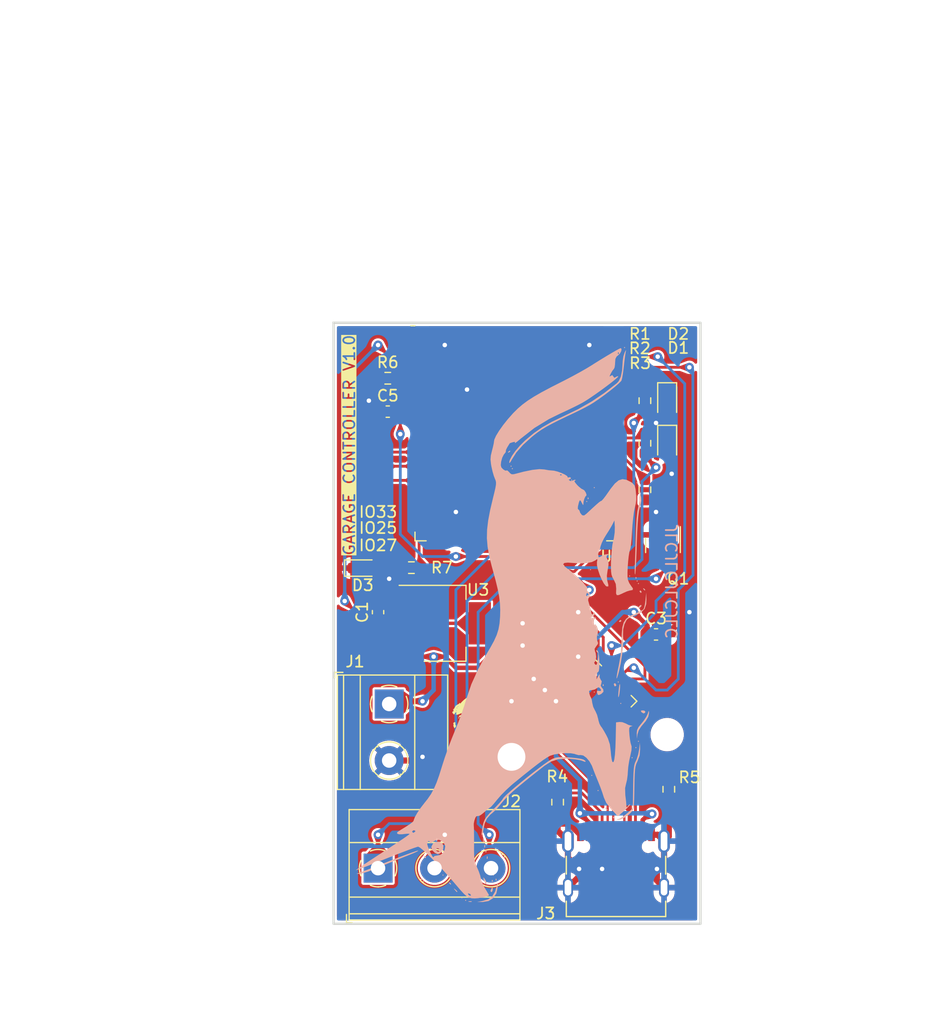
<source format=kicad_pcb>
(kicad_pcb (version 20221018) (generator pcbnew)
  (layers (0 "F.Cu" signal) (31 "B.Cu" signal) (34 "B.Paste" user) (35 "F.Paste" user) (36 "B.SilkS" user "B.Silkscreen") (37 "F.SilkS" user "F.Silkscreen") (38 "B.Mask" user) (39 "F.Mask" user) (44 "Edge.Cuts" user))
  (net 0 "")
  (net 1 "+5V")
  (net 2 "GND")
  (net 3 "Net-(U2-VDD)")
  (net 4 "Net-(Q1-B)")
  (net 5 "/OSC")
  (net 6 "/OPEN_LIMIT")
  (net 7 "/CLOSE_LIMIT")
  (net 13 "unconnected-(U1-IO33-Pad9)")
  (net 14 "unconnected-(U1-IO25-Pad10)")
  (net 15 "unconnected-(U1-IO26-Pad11)")
  (net 30 "/IO18")
  (net 31 "/IO19")
  (net 33 "/IO21")
  (net 34 "/D+")
  (net 37 "/D-")
  (net 40 "/RTS")
  (net 41 "/DTR")
  (net 42 "/IO0")
  (net 43 "/EN")
  (net 44 "+3V3")
  (net 45 "/TX")
  (net 46 "/RX")
  (net 65 "Net-(J3-CC1_A)")
  (net 66 "Net-(J3-CC1_B)")
  (net 67 "Net-(D3-A)")
  (net 68 "/IO12")
  (footprint "RF_Module:ESP32-WROOM-32" (layer "F.Cu") (at 123.4425 81.71)
    (fp_text reference "U1" (at 8.5575 11.29 180) (layer "F.SilkS") (effects (font (thickness 0.153))))
    (fp_text value "ESP32-WROOM-32")
    (pad "1" smd rect (at -8.75 -8.25) (size 1.5 0.9) (layers "F.Cu" "F.Paste" "F.Mask") (net 2 "GND"))
    (pad "2" smd rect (at -8.75 -6.98) (size 1.5 0.9) (layers "F.Cu" "F.Paste" "F.Mask") (net 44 "+3V3"))
    (pad "3" smd rect (at -8.75 -5.71) (size 1.5 0.9) (layers "F.Cu" "F.Paste" "F.Mask") (net 43 "/EN"))
    (pad "4" smd rect (at -8.75 -4.44) (size 1.5 0.9) (layers "F.Cu" "F.Paste" "F.Mask"))
    (pad "5" smd rect (at -8.75 -3.17) (size 1.5 0.9) (layers "F.Cu" "F.Paste" "F.Mask"))
    (pad "6" smd rect (at -8.75 -1.9) (size 1.5 0.9) (layers "F.Cu" "F.Paste" "F.Mask"))
    (pad "7" smd rect (at -8.75 -0.63) (size 1.5 0.9) (layers "F.Cu" "F.Paste" "F.Mask"))
    (pad "8" smd rect (at -8.75 0.64) (size 1.5 0.9) (layers "F.Cu" "F.Paste" "F.Mask"))
    (pad "9" smd rect (at -8.75 1.91) (size 1.5 0.9) (layers "F.Cu" "F.Paste" "F.Mask") (net 13 "unconnected-(U1-IO33-Pad9)"))
    (pad "10" smd rect (at -8.75 3.18) (size 1.5 0.9) (layers "F.Cu" "F.Paste" "F.Mask") (net 14 "unconnected-(U1-IO25-Pad10)"))
    (pad "11" smd rect (at -8.75 4.45) (size 1.5 0.9) (layers "F.Cu" "F.Paste" "F.Mask") (net 15 "unconnected-(U1-IO26-Pad11)"))
    (pad "12" smd rect (at -8.75 5.72) (size 1.5 0.9) (layers "F.Cu" "F.Paste" "F.Mask"))
    (pad "13" smd rect (at -8.75 6.99) (size 1.5 0.9) (layers "F.Cu" "F.Paste" "F.Mask"))
    (pad "14" smd rect (at -8.75 8.26) (size 1.5 0.9) (layers "F.Cu" "F.Paste" "F.Mask") (net 68 "/IO12"))
    (pad "15" smd rect (at -5.71 9.51 90) (size 1.5 0.9) (layers "F.Cu" "F.Paste" "F.Mask") (net 2 "GND"))
    (pad "16" smd rect (at -4.44 9.51 90) (size 1.5 0.9) (layers "F.Cu" "F.Paste" "F.Mask"))
    (pad "17" smd rect (at -3.17 9.51 90) (size 1.5 0.9) (layers "F.Cu" "F.Paste" "F.Mask"))
    (pad "18" smd rect (at -1.9 9.51 90) (size 1.5 0.9) (layers "F.Cu" "F.Paste" "F.Mask"))
    (pad "19" smd rect (at -0.63 9.51 90) (size 1.5 0.9) (layers "F.Cu" "F.Paste" "F.Mask"))
    (pad "20" smd rect (at 0.64 9.51 90) (size 1.5 0.9) (layers "F.Cu" "F.Paste" "F.Mask"))
    (pad "21" smd rect (at 1.91 9.51 90) (size 1.5 0.9) (layers "F.Cu" "F.Paste" "F.Mask"))
    (pad "22" smd rect (at 3.18 9.51 90) (size 1.5 0.9) (layers "F.Cu" "F.Paste" "F.Mask"))
    (pad "23" smd rect (at 4.45 9.51 90) (size 1.5 0.9) (layers "F.Cu" "F.Paste" "F.Mask"))
    (pad "24" smd rect (at 5.72 9.51 90) (size 1.5 0.9) (layers "F.Cu" "F.Paste" "F.Mask"))
    (pad "25" smd rect (at 8.75 8.26) (size 1.5 0.9) (layers "F.Cu" "F.Paste" "F.Mask") (net 42 "/IO0"))
    (pad "26" smd rect (at 8.75 6.99) (size 1.5 0.9) (layers "F.Cu" "F.Paste" "F.Mask"))
    (pad "27" smd rect (at 8.75 5.72) (size 1.5 0.9) (layers "F.Cu" "F.Paste" "F.Mask"))
    (pad "28" smd rect (at 8.75 4.45) (size 1.5 0.9) (layers "F.Cu" "F.Paste" "F.Mask"))
    (pad "29" smd rect (at 8.75 3.18) (size 1.5 0.9) (layers "F.Cu" "F.Paste" "F.Mask"))
    (pad "30" smd rect (at 8.75 1.91) (size 1.5 0.9) (layers "F.Cu" "F.Paste" "F.Mask") (net 30 "/IO18"))
    (pad "31" smd rect (at 8.75 0.64) (size 1.5 0.9) (layers "F.Cu" "F.Paste" "F.Mask") (net 31 "/IO19"))
    (pad "32" smd rect (at 8.75 -0.63) (size 1.5 0.9) (layers "F.Cu" "F.Paste" "F.Mask"))
    (pad "33" smd rect (at 8.75 -1.9) (size 1.5 0.9) (layers "F.Cu" "F.Paste" "F.Mask") (net 33 "/IO21"))
    (pad "34" smd rect (at 8.75 -3.17) (size 1.5 0.9) (layers "F.Cu" "F.Paste" "F.Mask") (net 45 "/TX"))
    (pad "35" smd rect (at 8.75 -4.44) (size 1.5 0.9) (layers "F.Cu" "F.Paste" "F.Mask") (net 46 "/RX"))
    (pad "36" smd rect (at 8.75 -5.71) (size 1.5 0.9) (layers "F.Cu" "F.Paste" "F.Mask"))
    (pad "37" smd rect (at 8.75 -6.98) (size 1.5 0.9) (layers "F.Cu" "F.Paste" "F.Mask"))
    (pad "38" smd rect (at 8.75 -8.25) (size 1.5 0.9) (layers "F.Cu" "F.Paste" "F.Mask") (net 2 "GND"))
    (pad "39" smd rect (at -0.68 -0.91) (size 4.2 4.2) (layers "F.Cu" "F.Mask") (net 2 "GND"))
    (zone (net 0) (net_name "") (layers "F.Cu" "In1.Cu" "B.Cu") (connect_pads (clearance 0)) (min_thickness 0.254)
      (keepout (tracks not_allowed) (vias not_allowed) (pads not_allowed) (copperpour not_allowed) (footprints not_allowed))
      (fill (thermal_gap 0.508) (thermal_bridge_width 0.508))
      (polygon (pts (xy 99.4425 71.91) (xy 147.4425 71.91) (xy 147.4425 50.97) (xy 99.4425 50.97)))
    )
  )
  (footprint "Resistor_SMD:R_0603_1608Metric_Pad0.98x0.95mm_HandSolder" (layer "F.Cu") (at 135 79 -90)
    (fp_text reference "R3" (at -3.366428 0.433809) (layer "F.SilkS") (effects (font (thickness 0.153))))
    (fp_text value "330")
    (pad "1" smd roundrect (at -0.9125 0 270) (size 0.975 0.95) (layers "F.Cu" "F.Paste" "F.Mask") (net 33 "/IO21"))
    (pad "2" smd roundrect (at 0.9125 0 270) (size 0.975 0.95) (layers "F.Cu" "F.Paste" "F.Mask") (net 7 "/CLOSE_LIMIT"))
  )
  (footprint "Package_DFN_QFN:QFN-28-1EP_5x5mm_P0.5mm_EP3.35x3.35mm" (layer "F.Cu") (at 130.583919 106 -45)
    (fp_text reference "U2" (at -0.431556 4.018427 135) (layer "F.SilkS") (effects (font (thickness 0.153))))
    (fp_text value "CP2102N-Axx-xQFN28")
    (pad "1" smd roundrect (at -2.45 -1.5 315) (size 0.8 0.25) (layers "F.Cu" "F.Paste" "F.Mask"))
    (pad "2" smd roundrect (at -2.45 -1 315) (size 0.8 0.25) (layers "F.Cu" "F.Paste" "F.Mask"))
    (pad "3" smd roundrect (at -2.45 -0.5 315) (size 0.8 0.25) (layers "F.Cu" "F.Paste" "F.Mask") (net 2 "GND"))
    (pad "4" smd roundrect (at -2.45 0 315) (size 0.8 0.25) (layers "F.Cu" "F.Paste" "F.Mask") (net 34 "/D+"))
    (pad "5" smd roundrect (at -2.45 0.5 315) (size 0.8 0.25) (layers "F.Cu" "F.Paste" "F.Mask") (net 37 "/D-"))
    (pad "6" smd roundrect (at -2.45 1 315) (size 0.8 0.25) (layers "F.Cu" "F.Paste" "F.Mask") (net 3 "Net-(U2-VDD)"))
    (pad "7" smd roundrect (at -2.45 1.5 315) (size 0.8 0.25) (layers "F.Cu" "F.Paste" "F.Mask") (net 1 "+5V"))
    (pad "8" smd roundrect (at -1.5 2.45 315) (size 0.25 0.8) (layers "F.Cu" "F.Paste" "F.Mask") (net 1 "+5V"))
    (pad "9" smd roundrect (at -1 2.45 315) (size 0.25 0.8) (layers "F.Cu" "F.Paste" "F.Mask"))
    (pad "10" smd roundrect (at -0.5 2.45 315) (size 0.25 0.8) (layers "F.Cu" "F.Paste" "F.Mask"))
    (pad "11" smd roundrect (at 0 2.45 315) (size 0.25 0.8) (layers "F.Cu" "F.Paste" "F.Mask"))
    (pad "12" smd roundrect (at 0.5 2.45 315) (size 0.25 0.8) (layers "F.Cu" "F.Paste" "F.Mask"))
    (pad "13" smd roundrect (at 1 2.45 315) (size 0.25 0.8) (layers "F.Cu" "F.Paste" "F.Mask"))
    (pad "14" smd roundrect (at 1.5 2.45 315) (size 0.25 0.8) (layers "F.Cu" "F.Paste" "F.Mask"))
    (pad "15" smd roundrect (at 2.45 1.5 315) (size 0.8 0.25) (layers "F.Cu" "F.Paste" "F.Mask"))
    (pad "16" smd roundrect (at 2.45 1 315) (size 0.8 0.25) (layers "F.Cu" "F.Paste" "F.Mask"))
    (pad "17" smd roundrect (at 2.45 0.5 315) (size 0.8 0.25) (layers "F.Cu" "F.Paste" "F.Mask"))
    (pad "18" smd roundrect (at 2.45 0 315) (size 0.8 0.25) (layers "F.Cu" "F.Paste" "F.Mask"))
    (pad "19" smd roundrect (at 2.45 -0.5 315) (size 0.8 0.25) (layers "F.Cu" "F.Paste" "F.Mask"))
    (pad "20" smd roundrect (at 2.45 -1 315) (size 0.8 0.25) (layers "F.Cu" "F.Paste" "F.Mask"))
    (pad "21" smd roundrect (at 2.45 -1.5 315) (size 0.8 0.25) (layers "F.Cu" "F.Paste" "F.Mask"))
    (pad "22" smd roundrect (at 1.5 -2.45 315) (size 0.25 0.8) (layers "F.Cu" "F.Paste" "F.Mask"))
    (pad "23" smd roundrect (at 1 -2.45 315) (size 0.25 0.8) (layers "F.Cu" "F.Paste" "F.Mask"))
    (pad "24" smd roundrect (at 0.5 -2.45 315) (size 0.25 0.8) (layers "F.Cu" "F.Paste" "F.Mask") (net 40 "/RTS"))
    (pad "25" smd roundrect (at 0 -2.45 315) (size 0.25 0.8) (layers "F.Cu" "F.Paste" "F.Mask") (net 45 "/TX"))
    (pad "26" smd roundrect (at -0.5 -2.45 315) (size 0.25 0.8) (layers "F.Cu" "F.Paste" "F.Mask") (net 46 "/RX"))
    (pad "27" smd roundrect (at -1 -2.45 315) (size 0.25 0.8) (layers "F.Cu" "F.Paste" "F.Mask"))
    (pad "28" smd roundrect (at -1.5 -2.45 315) (size 0.25 0.8) (layers "F.Cu" "F.Paste" "F.Mask") (net 41 "/DTR"))
    (pad "29" smd rect (at 0 0 315) (size 3.35 3.35) (layers "F.Cu" "F.Mask") (net 2 "GND"))
  )
  (footprint "Connector_Wire:SolderWirePad_1x01_SMD_1x2mm" (layer "F.Cu") (at 111 85 90)
    (fp_text reference "IO25" (at -5.43762 0.003305 180) (layer "F.SilkS") (effects (font (thickness 0.153))))
    (fp_text value "SolderWirePad_1x01_SMD_1x2mm")
    (pad "1" smd roundrect (at 0 0 90) (size 1 2) (layers "F.Cu" "F.Paste" "F.Mask") (net 14 "unconnected-(U1-IO25-Pad10)"))
  )
  (footprint "Resistor_SMD:R_0603_1608Metric_Pad0.98x0.95mm_HandSolder" (layer "F.Cu") (at 111.873778 76.982796)
    (fp_text reference "R6" (at 0 -1.43) (layer "F.SilkS") (effects (font (thickness 0.153))))
    (fp_text value "10k")
    (pad "1" smd roundrect (at -0.9125 0) (size 0.975 0.95) (layers "F.Cu" "F.Paste" "F.Mask") (net 44 "+3V3"))
    (pad "2" smd roundrect (at 0.9125 0) (size 0.975 0.95) (layers "F.Cu" "F.Paste" "F.Mask") (net 43 "/EN"))
  )
  (footprint "Package_TO_SOT_SMD:SOT-23" (layer "F.Cu") (at 136.622946 91.992181 -90)
    (fp_text reference "Q1" (at 3.007819 -1.377054 -180) (layer "F.SilkS") (effects (font (thickness 0.153))))
    (fp_text value "BC847")
    (pad "1" smd roundrect (at -0.9375 -0.95 270) (size 1.475 0.6) (layers "F.Cu" "F.Paste" "F.Mask") (net 4 "Net-(Q1-B)"))
    (pad "2" smd roundrect (at -0.9375 0.95 270) (size 1.475 0.6) (layers "F.Cu" "F.Paste" "F.Mask") (net 2 "GND"))
    (pad "3" smd roundrect (at 0.9375 0 270) (size 1.475 0.6) (layers "F.Cu" "F.Paste" "F.Mask") (net 5 "/OSC"))
  )
  (footprint "Resistor_SMD:R_0603_1608Metric_Pad0.98x0.95mm_HandSolder" (layer "F.Cu") (at 127.15 115.07 -90)
    (fp_text reference "R4" (at -2.294438 0.038307) (layer "F.SilkS") (effects (font (thickness 0.153))))
    (fp_text value "5k1")
    (pad "1" smd roundrect (at -0.9125 0 270) (size 0.975 0.95) (layers "F.Cu" "F.Paste" "F.Mask") (net 65 "Net-(J3-CC1_A)"))
    (pad "2" smd roundrect (at 0.9125 0 270) (size 0.975 0.95) (layers "F.Cu" "F.Paste" "F.Mask") (net 2 "GND"))
  )
  (footprint "Resistor_SMD:R_0603_1608Metric_Pad0.98x0.95mm_HandSolder" (layer "F.Cu") (at 135 87 -90)
    (fp_text reference "R1" (at -14 0.449301) (layer "F.SilkS") (effects (font (thickness 0.153))))
    (fp_text value "330")
    (pad "1" smd roundrect (at -0.9125 0 270) (size 0.975 0.95) (layers "F.Cu" "F.Paste" "F.Mask") (net 30 "/IO18"))
    (pad "2" smd roundrect (at 0.9125 0 270) (size 0.975 0.95) (layers "F.Cu" "F.Paste" "F.Mask") (net 4 "Net-(Q1-B)"))
  )
  (footprint "CustomLibrary:AMPHENOL_12402012E212A" (layer "F.Cu") (at 132.4 122.75)
    (fp_text reference "J3" (at -6.32 2.32) (layer "F.SilkS") (effects (font (thickness 0.153))))
    (fp_text value "12402012E212A")
    (pad "" np_thru_hole circle (at -2.89 -3.68) (size 0.65 0.65) (drill 0.65) (layers "*.Cu" "*.Mask"))
    (pad "" np_thru_hole circle (at 2.89 -3.68) (size 0.65 0.65) (drill 0.65) (layers "*.Cu" "*.Mask"))
    (pad "A1_B12" smd rect (at -3.2 -4.75) (size 0.6 1.14) (layers "F.Cu" "F.Paste" "F.Mask") (net 2 "GND"))
    (pad "A4_B9" smd rect (at -2.4 -4.75) (size 0.6 1.14) (layers "F.Cu" "F.Paste" "F.Mask") (net 1 "+5V"))
    (pad "A5" smd rect (at -1.25 -4.75) (size 0.3 1.14) (layers "F.Cu" "F.Paste" "F.Mask") (net 65 "Net-(J3-CC1_A)"))
    (pad "A6" smd rect (at -0.25 -4.75) (size 0.3 1.14) (layers "F.Cu" "F.Paste" "F.Mask") (net 34 "/D+"))
    (pad "A7" smd rect (at 0.25 -4.75) (size 0.3 1.14) (layers "F.Cu" "F.Paste" "F.Mask") (net 37 "/D-"))
    (pad "A8" smd rect (at 1.25 -4.75) (size 0.3 1.14) (layers "F.Cu" "F.Paste" "F.Mask"))
    (pad "B1_A12" smd rect (at 3.2 -4.75) (size 0.6 1.14) (layers "F.Cu" "F.Paste" "F.Mask") (net 2 "GND"))
    (pad "B4_A9" smd rect (at 2.4 -4.75) (size 0.6 1.14) (layers "F.Cu" "F.Paste" "F.Mask") (net 1 "+5V"))
    (pad "B5" smd rect (at 1.75 -4.75) (size 0.3 1.14) (layers "F.Cu" "F.Paste" "F.Mask") (net 66 "Net-(J3-CC1_B)"))
    (pad "B6" smd rect (at 0.75 -4.75) (size 0.3 1.14) (layers "F.Cu" "F.Paste" "F.Mask") (net 34 "/D+"))
    (pad "B7" smd rect (at -0.75 -4.75) (size 0.3 1.14) (layers "F.Cu" "F.Paste" "F.Mask") (net 37 "/D-"))
    (pad "B8" smd rect (at -1.75 -4.75) (size 0.3 1.14) (layers "F.Cu" "F.Paste" "F.Mask"))
    (pad "SH1" thru_hole oval (at -4.32 -4.18) (size 1.05 2.1) (drill oval 0.6 1.7) (layers "*.Cu" "*.Mask") (net 2 "GND"))
    (pad "SH2" thru_hole oval (at 4.32 -4.18) (size 1.05 2.1) (drill oval 0.6 1.7) (layers "*.Cu" "*.Mask") (net 2 "GND"))
    (pad "SH3" thru_hole oval (at -4.32 0) (size 0.9 1.8) (drill oval 0.6 1.4) (layers "*.Cu" "*.Mask") (net 2 "GND"))
    (pad "SH4" thru_hole oval (at 4.32 0) (size 0.9 1.8) (drill oval 0.6 1.4) (layers "*.Cu" "*.Mask") (net 2 "GND"))
  )
  (footprint "TerminalBlock_Phoenix:TerminalBlock_Phoenix_MKDS-1,5-3-5.08_1x03_P5.08mm_Horizontal" (layer "F.Cu") (at 111 121)
    (fp_text reference "J2" (at 12 -6) (layer "F.SilkS") (effects (font (thickness 0.153))))
    (fp_text value "Screw_Terminal_01x03")
    (pad "1" thru_hole rect (at 0 0) (size 2.6 2.6) (drill 1.3) (layers "*.Cu" "*.Mask") (net 7 "/CLOSE_LIMIT"))
    (pad "2" thru_hole circle (at 5.08 0) (size 2.6 2.6) (drill 1.3) (layers "*.Cu" "*.Mask") (net 6 "/OPEN_LIMIT"))
    (pad "3" thru_hole circle (at 10.16 0) (size 2.6 2.6) (drill 1.3) (layers "*.Cu" "*.Mask") (net 5 "/OSC"))
  )
  (footprint "Capacitor_SMD:C_0603_1608Metric_Pad1.08x0.95mm_HandSolder" (layer "F.Cu") (at 111 98 90)
    (fp_text reference "C1" (at 0 -1.43 90) (layer "F.SilkS") (effects (font (thickness 0.153))))
    (fp_text value "22u")
    (pad "1" smd roundrect (at -0.8625 0 90) (size 1.075 0.95) (layers "F.Cu" "F.Paste" "F.Mask") (net 44 "+3V3"))
    (pad "2" smd roundrect (at 0.8625 0 90) (size 1.075 0.95) (layers "F.Cu" "F.Paste" "F.Mask") (net 2 "GND"))
  )
  (footprint "LOGO" (layer "F.Cu") (at 120 108)
    (fp_text reference "G***" hide)
    (fp_text value "LOGO" hide)
  )
  (footprint "Capacitor_SMD:C_0603_1608Metric_Pad1.08x0.95mm_HandSolder" (layer "F.Cu") (at 126 102)
    (fp_text reference "C4" (at -3 0) (layer "F.SilkS") (effects (font (thickness 0.153))))
    (fp_text value "0.1u")
    (pad "1" smd roundrect (at -0.8625 0) (size 1.075 0.95) (layers "F.Cu" "F.Paste" "F.Mask") (net 3 "Net-(U2-VDD)"))
    (pad "2" smd roundrect (at 0.8625 0) (size 1.075 0.95) (layers "F.Cu" "F.Paste" "F.Mask") (net 2 "GND"))
  )
  (footprint "Connector_Wire:SolderWirePad_1x01_SMD_1x2mm" (layer "F.Cu") (at 111 87 90)
    (fp_text reference "IO27" (at -5 0) (layer "F.SilkS") (effects (font (thickness 0.153))))
    (fp_text value "SolderWirePad_1x01_SMD_1x2mm")
    (pad "1" smd roundrect (at 0 0 90) (size 1 2) (layers "F.Cu" "F.Paste" "F.Mask") (net 15 "unconnected-(U1-IO26-Pad11)"))
  )
  (footprint "Resistor_SMD:R_0603_1608Metric_Pad0.98x0.95mm_HandSolder" (layer "F.Cu") (at 135 82.825 -90)
    (fp_text reference "R2" (at -8.523705 0.464793) (layer "F.SilkS") (effects (font (thickness 0.153))))
    (fp_text value "330")
    (pad "1" smd roundrect (at -0.9125 0 270) (size 0.975 0.95) (layers "F.Cu" "F.Paste" "F.Mask") (net 31 "/IO19"))
    (pad "2" smd roundrect (at 0.9125 0 270) (size 0.975 0.95) (layers "F.Cu" "F.Paste" "F.Mask") (net 6 "/OPEN_LIMIT"))
  )
  (footprint "Connector_Wire:SolderWirePad_1x01_SMD_1x2mm" (layer "F.Cu") (at 111 83 90)
    (fp_text reference "IO33" (at -6 0.003305 180) (layer "F.SilkS") (effects (font (thickness 0.153))))
    (fp_text value "SolderWirePad_1x01_SMD_1x2mm")
    (pad "1" smd roundrect (at 0 0 90) (size 1 2) (layers "F.Cu" "F.Paste" "F.Mask") (net 13 "unconnected-(U1-IO33-Pad9)"))
  )
  (footprint "Capacitor_SMD:C_0603_1608Metric_Pad1.08x0.95mm_HandSolder" (layer "F.Cu") (at 111.873778 79.982796)
    (fp_text reference "C5" (at 0 -1.43) (layer "F.SilkS") (effects (font (thickness 0.153))))
    (fp_text value "1u")
    (pad "1" smd roundrect (at -0.8625 0) (size 1.075 0.95) (layers "F.Cu" "F.Paste" "F.Mask") (net 2 "GND"))
    (pad "2" smd roundrect (at 0.8625 0) (size 1.075 0.95) (layers "F.Cu" "F.Paste" "F.Mask") (net 43 "/EN"))
  )
  (footprint "TerminalBlock_Phoenix:TerminalBlock_Phoenix_MKDS-1,5-2-5.08_1x02_P5.08mm_Horizontal" (layer "F.Cu") (at 112 106.25 -90)
    (fp_text reference "J1" (at -3.80849 3.070504) (layer "F.SilkS") (effects (font (thickness 0.153))))
    (fp_text value "Screw_Terminal_01x02")
    (pad "1" thru_hole rect (at 0 0 270) (size 2.6 2.6) (drill 1.3) (layers "*.Cu" "*.Mask") (net 1 "+5V"))
    (pad "2" thru_hole circle (at 5.08 0 270) (size 2.6 2.6) (drill 1.3) (layers "*.Cu" "*.Mask") (net 2 "GND"))
  )
  (footprint "MountingHole:MountingHole_2.5mm" (layer "F.Cu") (at 123 111)
    (fp_text reference "H1" hide)
    (fp_text value "MountingHole" hide)
    (pad "" np_thru_hole circle (at 0 0) (size 2.5 2.5) (drill 2.5) (layers "*.Cu" "*.Mask"))
  )
  (footprint "MountingHole:MountingHole_2.5mm" (layer "F.Cu") (at 137 109)
    (fp_text reference "H2" hide)
    (fp_text value "MountingHole" hide)
    (pad "" np_thru_hole circle (at 0 0) (size 2.5 2.5) (drill 2.5) (layers "*.Cu" "*.Mask"))
  )
  (footprint "LED_SMD:LED_0603_1608Metric_Pad1.05x0.95mm_HandSolder" (layer "F.Cu") (at 109.655 94.04)
    (fp_text reference "D3" (at -0.02627 1.544921) (layer "F.SilkS") (effects (font (thickness 0.153))))
    (fp_text value "LED")
    (pad "1" smd roundrect (at -0.875 0) (size 1.05 0.95) (layers "F.Cu" "F.Paste" "F.Mask") (net 2 "GND"))
    (pad "2" smd roundrect (at 0.875 0) (size 1.05 0.95) (layers "F.Cu" "F.Paste" "F.Mask") (net 67 "Net-(D3-A)"))
  )
  (footprint "Package_TO_SOT_SMD:SOT-363_SC-70-6" (layer "F.Cu") (at 127 95 180)
    (fp_text reference "Q2" (at 0 -2) (layer "F.SilkS") (effects (font (thickness 0.153))))
    (fp_text value "UMH3N")
    (pad "1" smd rect (at -0.95 -0.65 180) (size 0.65 0.4) (layers "F.Cu" "F.Paste" "F.Mask") (net 40 "/RTS"))
    (pad "2" smd rect (at -0.95 0 180) (size 0.65 0.4) (layers "F.Cu" "F.Paste" "F.Mask") (net 41 "/DTR"))
    (pad "3" smd rect (at -0.95 0.65 180) (size 0.65 0.4) (layers "F.Cu" "F.Paste" "F.Mask") (net 42 "/IO0"))
    (pad "4" smd rect (at 0.95 0.65 180) (size 0.65 0.4) (layers "F.Cu" "F.Paste" "F.Mask") (net 41 "/DTR"))
    (pad "5" smd rect (at 0.95 0 180) (size 0.65 0.4) (layers "F.Cu" "F.Paste" "F.Mask") (net 40 "/RTS"))
    (pad "6" smd rect (at 0.95 -0.65 180) (size 0.65 0.4) (layers "F.Cu" "F.Paste" "F.Mask") (net 43 "/EN"))
  )
  (footprint "Capacitor_SMD:C_0603_1608Metric_Pad1.08x0.95mm_HandSolder" (layer "F.Cu") (at 136 100)
    (fp_text reference "C3" (at 0 -1.43) (layer "F.SilkS") (effects (font (thickness 0.153))))
    (fp_text value "0.1u")
    (pad "1" smd roundrect (at -0.8625 0) (size 1.075 0.95) (layers "F.Cu" "F.Paste" "F.Mask") (net 1 "+5V"))
    (pad "2" smd roundrect (at 0.8625 0) (size 1.075 0.95) (layers "F.Cu" "F.Paste" "F.Mask") (net 2 "GND"))
  )
  (footprint "Diode_SMD:D_SOD-323F" (layer "F.Cu") (at 137 79 -90)
    (fp_text reference "D2" (at -6 -1 -180) (layer "F.SilkS") (effects (font (thickness 0.153))))
    (fp_text value "1N4728")
    (pad "1" smd roundrect (at -1.1 0 270) (size 0.5 0.5) (layers "F.Cu" "F.Paste" "F.Mask") (net 33 "/IO21"))
    (pad "2" smd roundrect (at 1.1 0 270) (size 0.5 0.5) (layers "F.Cu" "F.Paste" "F.Mask") (net 2 "GND"))
  )
  (footprint "Diode_SMD:D_SOD-323F" (layer "F.Cu") (at 137 82.825 -90)
    (fp_text reference "D1" (at -8.562973 -1 -180) (layer "F.SilkS") (effects (font (thickness 0.153))))
    (fp_text value "1N4728")
    (pad "1" smd roundrect (at -1.1 0 270) (size 0.5 0.5) (layers "F.Cu" "F.Paste" "F.Mask") (net 31 "/IO19"))
    (pad "2" smd roundrect (at 1.1 0 270) (size 0.5 0.5) (layers "F.Cu" "F.Paste" "F.Mask") (net 2 "GND"))
  )
  (footprint "Capacitor_SMD:C_0603_1608Metric_Pad1.08x0.95mm_HandSolder" (layer "F.Cu") (at 126 100)
    (fp_text reference "C2" (at 3 0) (layer "F.SilkS") (effects (font (thickness 0.153))))
    (fp_text value "1u")
    (pad "1" smd roundrect (at -0.8625 0) (size 1.075 0.95) (layers "F.Cu" "F.Paste" "F.Mask") (net 1 "+5V"))
    (pad "2" smd roundrect (at 0.8625 0) (size 1.075 0.95) (layers "F.Cu" "F.Paste" "F.Mask") (net 2 "GND"))
  )
  (footprint "Resistor_SMD:R_0603_1608Metric_Pad0.98x0.95mm_HandSolder" (layer "F.Cu") (at 137.15 113.9125 -90)
    (fp_text reference "R5" (at -1.07 -1.85) (layer "F.SilkS") (effects (font (thickness 0.153))))
    (fp_text value "5k1")
    (pad "1" smd roundrect (at -0.9125 0 270) (size 0.975 0.95) (layers "F.Cu" "F.Paste" "F.Mask") (net 66 "Net-(J3-CC1_B)"))
    (pad "2" smd roundrect (at 0.9125 0 270) (size 0.975 0.95) (layers "F.Cu" "F.Paste" "F.Mask") (net 2 "GND"))
  )
  (footprint "Package_TO_SOT_SMD:SOT-223-3_TabPin2" (layer "F.Cu") (at 117 99)
    (fp_text reference "U3" (at 3 -3) (layer "F.SilkS") (effects (font (thickness 0.153))))
    (fp_text value "AMS1117-3.3")
    (pad "1" smd rect (at -3.15 -2.3) (size 2 1.5) (layers "F.Cu" "F.Paste" "F.Mask") (net 2 "GND"))
    (pad "2" smd rect (at -3.15 0) (size 2 1.5) (layers "F.Cu" "F.Paste" "F.Mask") (net 44 "+3V3"))
    (pad "2" smd rect (at 3.15 0) (size 2 3.8) (layers "F.Cu" "F.Paste" "F.Mask") (net 44 "+3V3"))
    (pad "3" smd rect (at -3.15 2.3) (size 2 1.5) (layers "F.Cu" "F.Paste" "F.Mask") (net 1 "+5V"))
  )
  (footprint "Resistor_SMD:R_0603_1608Metric_Pad0.98x0.95mm_HandSolder" (layer "F.Cu") (at 114 94 180)
    (fp_text reference "R7" (at -2.74078 0) (layer "F.SilkS") (effects (font (thickness 0.153))))
    (fp_text value "100")
    (pad "1" smd roundrect (at -0.9125 0 180) (size 0.975 0.95) (layers "F.Cu" "F.Paste" "F.Mask") (net 68 "/IO12"))
    (pad "2" smd roundrect (at 0.9125 0 180) (size 0.975 0.95) (layers "F.Cu" "F.Paste" "F.Mask") (net 67 "Net-(D3-A)"))
  )
  (footprint "LOGO" (layer "B.Cu") (at 122 99 -90)
    (fp_text reference "G***" hide)
    (fp_text value "LOGO" hide)
  )
  (gr_rect (start 107 72) (end 140 126) (stroke (width 0.2)) (fill none) (layer "Edge.Cuts"))
  (gr_text locked "JLCJLCJLCJLC" (at 138 90 90) (layer "B.SilkS") (effects (font (size 1 1)) (justify left bottom mirror)))
  (gr_text "GARAGE CONTROLLER V1.0" (at 109 93 90) (layer "F.SilkS" knockout) (effects (font (size 1 1) (thickness 0.153) bold) (justify left bottom)))
  (segment (start 115 106) (end 112.25 106) (width 0.4) (layer "F.Cu") (net 1))
  (segment (start 120 103) (end 124 99) (width 0.4) (layer "F.Cu") (net 1))
  (segment (start 127.790847 106.671751) (end 127.790847 106) (width 0.25) (layer "F.Cu") (net 1))
  (segment (start 116 102) (end 114.55 102) (width 0.4) (layer "F.Cu") (net 1))
  (segment (start 127.790847 106) (end 127 106) (width 0.4) (layer "F.Cu") (net 1))
  (segment (start 135.351586 116.127454) (end 134.8 116.67904) (width 0.4) (layer "F.Cu") (net 1))
  (segment (start 135.225 99.225) (end 134 98) (width 0.4) (layer "F.Cu") (net 1))
  (segment (start 127.790847 106) (end 127.790847 105.328249) (width 0.25) (layer "F.Cu") (net 1))
  (segment (start 130 116.92) (end 130 118) (width 0.4) (layer "F.Cu") (net 1))
  (segment (start 135.225 100) (end 135.225 99.225) (width 0.4) (layer "F.Cu") (net 1))
  (segment (start 134.8 116.67904) (end 134.8 118) (width 0.4) (layer "F.Cu") (net 1))
  (segment (start 117 102) (end 118 103) (width 0.4) (layer "F.Cu") (net 1))
  (segment (start 124.225 99) (end 125.225 100) (width 0.4) (layer "F.Cu") (net 1))
  (segment (start 114.55 102) (end 113.85 101.3) (width 0.4) (layer "F.Cu") (net 1))
  (segment (start 118 103) (end 120 103) (width 0.4) (layer "F.Cu") (net 1))
  (segment (start 129.15 116.07) (end 130 116.92) (width 0.4) (layer "F.Cu") (net 1))
  (segment (start 135.639977 116.127454) (end 135.351586 116.127454) (width 0.4) (layer "F.Cu") (net 1))
  (segment (start 116 102) (end 117 102) (width 0.4) (layer "F.Cu") (net 1))
  (segment (start 111.945 106) (end 111.695 106.25) (width 0.4) (layer "F.Cu") (net 1))
  (segment (start 112.25 106) (end 112 106.25) (width 0.4) (layer "F.Cu") (net 1))
  (segment (start 124 99) (end 124.225 99) (width 0.4) (layer "F.Cu") (net 1))
  (via (at 116 102) (size 0.8) (drill 0.4) (layers "F.Cu" "B.Cu") (net 1))
  (via (at 134 98) (size 0.8) (drill 0.4) (layers "F.Cu" "B.Cu") (net 1))
  (via (at 115 106) (size 0.8) (drill 0.4) (layers "F.Cu" "B.Cu") (net 1))
  (via (at 124 99) (size 0.8) (drill 0.4) (layers "F.Cu" "B.Cu") (net 1))
  (via (at 135.639977 116.127454) (size 0.8) (drill 0.4) (layers "F.Cu" "B.Cu") (net 1))
  (via (at 127 106) (size 0.8) (drill 0.4) (layers "F.Cu" "B.Cu") (net 1))
  (via (at 129.15 116.07) (size 0.8) (drill 0.4) (layers "F.Cu" "B.Cu") (net 1))
  (segment (start 115 106) (end 116 105) (width 0.4) (layer "B.Cu") (net 1))
  (segment (start 130 101) (end 133 98) (width 0.4) (layer "B.Cu") (net 1))
  (segment (start 129.15 116.07) (end 135.582523 116.07) (width 0.4) (layer "B.Cu") (net 1))
  (segment (start 127 110.96) (end 127 106) (width 0.4) (layer "B.Cu") (net 1))
  (segment (start 128 99) (end 124 99) (width 0.4) (layer "B.Cu") (net 1))
  (segment (start 129 106) (end 130 105) (width 0.4) (layer "B.Cu") (net 1))
  (segment (start 130 105) (end 130 101) (width 0.4) (layer "B.Cu") (net 1))
  (segment (start 135.582523 116.07) (end 135.639977 116.127454) (width 0.4) (layer "B.Cu") (net 1))
  (segment (start 129.15 116.07) (end 129.15 113.11) (width 0.4) (layer "B.Cu") (net 1))
  (segment (start 129.15 113.11) (end 127 110.96) (width 0.4) (layer "B.Cu") (net 1))
  (segment (start 116 105) (end 116 102) (width 0.4) (layer "B.Cu") (net 1))
  (segment (start 133 98) (end 134 98) (width 0.4) (layer "B.Cu") (net 1))
  (segment (start 130 101) (end 128 99) (width 0.4) (layer "B.Cu") (net 1))
  (segment (start 127 106) (end 129 106) (width 0.4) (layer "B.Cu") (net 1))
  (segment (start 116.46 73.46) (end 117 74) (width 0.55) (layer "F.Cu") (net 2))
  (segment (start 130.54 73.46) (end 132.1925 73.46) (width 0.55) (layer "F.Cu") (net 2))
  (segment (start 136.775 100) (end 137 100) (width 0.55) (layer "F.Cu") (net 2))
  (segment (start 137.408356 85.568094) (end 137.408356 84.333356) (width 0.55) (layer "F.Cu") (net 2))
  (segment (start 130.583919 106) (end 130.583919 105.292893) (width 0.25) (layer "F.Cu") (net 2))
  (segment (start 127.15 115.895) (end 127.15 117) (width 0.55) (layer "F.Cu") (net 2))
  (segment (start 127.15 117) (end 128.2 117) (width 0.55) (layer "F.Cu") (net 2))
  (segment (start 136 81) (end 136.1 81) (width 0.55) (layer "F.Cu") (net 2))
  (segment (start 127.15 117) (end 127.15 117.64) (width 0.55) (layer "F.Cu") (net 2))
  (segment (start 113.7 96.7) (end 112 95) (width 0.55) (layer "F.Cu") (net 2))
  (segment (start 137 100) (end 139 98) (width 0.55) (layer "F.Cu") (net 2))
  (segment (start 136.72 118.57) (end 136.72 120.43) (width 0.55) (layer "F.Cu") (net 2))
  (segment (start 129.08 121.07) (end 129.08 121.75) (width 0.55) (layer "F.Cu") (net 2))
  (segment (start 114.6925 73.46) (end 116.46 73.46) (width 0.55) (layer "F.Cu") (net 2))
  (segment (start 130 74) (end 130.54 73.46) (width 0.55) (layer "F.Cu") (net 2))
  (segment (start 135.672946 91.054681) (end 136 90.727627) (width 0.55) (layer "F.Cu") (net 2))
  (segment (start 137.15 118.14) (end 137.15 114.825) (width 0.55) (layer "F.Cu") (net 2))
  (segment (start 108.78 94.04) (end 108.78 94.9175) (width 0.55) (layer "F.Cu") (net 2))
  (segment (start 129.08 121.07) (end 128.08 120.07) (width 0.55) (layer "F.Cu") (net 2))
  (segment (start 114.67 111.33) (end 112 111.33) (width 0.55) (layer "F.Cu") (net 2))
  (segment (start 121.8 80.8) (end 119 78) (width 0.55) (layer "F.Cu") (net 2))
  (segment (start 136.08 122.11) (end 136.72 122.75) (width 0.55) (layer "F.Cu") (net 2))
  (segment (start 136 90.727627) (end 136 89) (width 0.55) (layer "F.Cu") (net 2))
  (segment (start 136.72 118.57) (end 136.15 118) (width 0.55) (layer "F.Cu") (net 2))
  (segment (start 115 111) (end 114.67 111.33) (width 0.55) (layer "F.Cu") (net 2))
  (segment (start 128.2 117) (end 129.2 118) (width 0.55) (layer "F.Cu") (net 2))
  (segment (start 122.7625 80.8) (end 121.8 80.8) (width 0.55) (layer "F.Cu") (net 2))
  (segment (start 129.08 121.75) (end 128.08 122.75) (width 0.55) (layer "F.Cu") (net 2))
  (segment (start 136.72 120.43) (end 136.08 121.07) (width 0.55) (layer "F.Cu") (net 2))
  (segment (start 127.15 117.64) (end 128.08 118.57) (width 0.55) (layer "F.Cu") (net 2))
  (segment (start 126.775 100) (end 126.775 102) (width 0.55) (layer "F.Cu") (net 2))
  (segment (start 136.08 121.07) (end 136.08 122.11) (width 0.55) (layer "F.Cu") (net 2))
  (segment (start 136.1 81) (end 137 80.1) (width 0.55) (layer "F.Cu") (net 2))
  (segment (start 111 97.225) (end 113.325 97.225) (width 0.55) (layer "F.Cu") (net 2))
  (segment (start 113.325 97.225) (end 113.85 96.7) (width 0.55) (layer "F.Cu") (net 2))
  (segment (start 129 102.198237) (end 128.350194 102.848043) (width 0.25) (layer "F.Cu") (net 2))
  (segment (start 111.175 80) (end 110.175 79) (width 0.55) (layer "F.Cu") (net 2))
  (segment (start 126.775 102) (end 129 102) (width 0.55) (layer "F.Cu") (net 2))
  (segment (start 117.7325 89.2675) (end 118 89) (width 0.55) (layer "F.Cu") (net 2))
  (segment (start 113.85 96.7) (end 113.7 96.7) (width 0.55) (layer "F.Cu") (net 2))
  (segment (start 130.583919 105.292893) (end 129.205061 103.914035) (width 0.25) (layer "F.Cu") (net 2))
  (segment (start 137.408356 84.333356) (end 137 83.925) (width 0.55) (layer "F.Cu") (net 2))
  (segment (start 129 102) (end 129 102.198237) (width 0.25) (layer "F.Cu") (net 2))
  (segment (start 108.78 94.9175) (end 111 97.1375) (width 0.55) (layer "F.Cu") (net 2))
  (segment (start 128.350194 102.848043) (end 128.350194 103.059168) (width 0.25) (layer "F.Cu") (net 2))
  (segment (start 117.7325 91.22) (end 117.7325 89.2675) (width 0.55) (layer "F.Cu") (net 2))
  (segment (start 128.08 120.07) (end 128.08 118.57) (width 0.55) (layer "F.Cu") (net 2))
  (segment (start 111.4 80) (end 111.175 80) (width 0.55) (layer "F.Cu") (net 2))
  (segment (start 136.72 118.57) (end 137.15 118.14) (width 0.55) (layer "F.Cu") (net 2))
  (segment (start 128.350194 103.059168) (end 129.205061 103.914035) (width 0.25) (layer "F.Cu") (net 2))
  (segment (start 136.15 118) (end 135.6 118) (width 0.55) (layer "F.Cu") (net 2))
  (via (at 129.08 121.07) (size 0.8) (drill 0.4) (layers "F.Cu" "B.Cu") (net 2))
  (via (at 115 111) (size 0.8) (drill 0.4) (layers "F.Cu" "B.Cu") (net 2))
  (via (at 130 74) (size 0.8) (drill 0.4) (layers "F.Cu" "B.Cu") (net 2))
  (via (at 112 95) (size 0.8) (drill 0.4) (layers "F.Cu" "B.Cu") (net 2))
  (via (at 137.408356 85.568094) (size 0.8) (drill 0.4) (layers "F.Cu" "B.Cu") (net 2))
  (via (at 136.08 121.07) (size 0.8) (drill 0.4) (layers "F.Cu" "B.Cu") (net 2))
  (via (at 131.15 121.07) (size 0.8) (drill 0.4) (layers "F.Cu" "B.Cu") (net 2))
  (via (at 119 78) (size 0.8) (drill 0.4) (layers "F.Cu" "B.Cu") (net 2))
  (via (at 136 89) (size 0.8) (drill 0.4) (layers "F.Cu" "B.Cu") (net 2))
  (via (at 139 98) (size 0.8) (drill 0.4) (layers "F.Cu" "B.Cu") (net 2))
  (via (at 129 102) (size 0.8) (drill 0.4) (layers "F.Cu" "B.Cu") (net 2))
  (via (at 117 74) (size 0.8) (drill 0.4) (layers "F.Cu" "B.Cu") (net 2))
  (via (at 118 89) (size 0.8) (drill 0.4) (layers "F.Cu" "B.Cu") (net 2))
  (via (at 110.175 79) (size 0.8) (drill 0.4) (layers "F.Cu" "B.Cu") (net 2))
  (via (at 136 81) (size 0.8) (drill 0.4) (layers "F.Cu" "B.Cu") (net 2))
  (segment (start 125 102) (end 125.225 102) (width 0.25) (layer "F.Cu") (net 3))
  (segment (start 126.568217 105) (end 127.075092 104.493125) (width 0.25) (layer "F.Cu") (net 3))
  (segment (start 124 101) (end 125 102) (width 0.25) (layer "F.Cu") (net 3))
  (segment (start 127.662831 104.493125) (end 128.144401 104.974695) (width 0.25) (layer "F.Cu") (net 3))
  (segment (start 126 105) (end 126.568217 105) (width 0.25) (layer "F.Cu") (net 3))
  (segment (start 127.075092 104.493125) (end 127.662831 104.493125) (width 0.25) (layer "F.Cu") (net 3))
  (via (at 124 101) (size 0.8) (drill 0.4) (layers "F.Cu" "B.Cu") (net 3))
  (via (at 126 105) (size 0.8) (drill 0.4) (layers "F.Cu" "B.Cu") (net 3))
  (segment (start 124 101) (end 125.499541 101) (width 0.25) (layer "B.Cu") (net 3))
  (segment (start 125.499541 101) (end 127.444859 102.945318) (width 0.25) (layer "B.Cu") (net 3))
  (segment (start 127.444859 102.945318) (end 127.444859 103.555141) (width 0.25) (layer "B.Cu") (net 3))
  (segment (start 127.444859 103.555141) (end 126 105) (width 0.25) (layer "B.Cu") (net 3))
  (segment (start 136.825 87.825) (end 137.572946 88.572946) (width 0.25) (layer "F.Cu") (net 4))
  (segment (start 135 87.825) (end 136.825 87.825) (width 0.25) (layer "F.Cu") (net 4))
  (segment (start 137.572946 88.572946) (end 137.572946 91.054681) (width 0.25) (layer "F.Cu") (net 4))
  (segment (start 121 120.84) (end 121.16 121) (width 0.25) (layer "F.Cu") (net 5))
  (segment (start 136.622946 94.377054) (end 136.622946 92.929681) (width 0.25) (layer "F.Cu") (net 5))
  (segment (start 136 95) (end 136.622946 94.377054) (width 0.25) (layer "F.Cu") (net 5))
  (segment (start 121 118) (end 121 120.84) (width 0.25) (layer "F.Cu") (net 5))
  (via (at 121 118) (size 0.8) (drill 0.4) (layers "F.Cu" "B.Cu") (net 5))
  (via (at 136 95) (size 0.8) (drill 0.4) (layers "F.Cu" "B.Cu") (net 5))
  (segment (start 120 117) (end 120 98) (width 0.25) (layer "B.Cu") (net 5))
  (segment (start 123 95) (end 136 95) (width 0.25) (layer "B.Cu") (net 5))
  (segment (start 120 98) (end 123 95) (width 0.25) (layer "B.Cu") (net 5))
  (segment (start 121 118) (end 120 117) (width 0.25) (layer "B.Cu") (net 5))
  (segment (start 116.08 118.92) (end 116.08 121) (width 0.25) (layer "F.Cu") (net 6))
  (segment (start 117 118) (end 116.08 118.92) (width 0.25) (layer "F.Cu") (net 6))
  (segment (start 135 83.65) (end 135 84) (width 0.25) (layer "F.Cu") (net 6))
  (segment (start 135 84) (end 136 85) (width 0.25) (layer "F.Cu") (net 6))
  (via (at 117 118) (size 0.8) (drill 0.4) (layers "F.Cu" "B.Cu") (net 6))
  (via (at 136 85) (size 0.8) (drill 0.4) (layers "F.Cu" "B.Cu") (net 6))
  (segment (start 117 118) (end 119 116) (width 0.25) (layer "B.Cu") (net 6))
  (segment (start 134.739862 93.260138) (end 134.739862 86.260138) (width 0.25) (layer "B.Cu") (net 6))
  (segment (start 134.739862 86.260138) (end 136 85) (width 0.25) (layer "B.Cu") (net 6))
  (segment (start 134 94) (end 134.739862 93.260138) (width 0.25) (layer "B.Cu") (net 6))
  (segment (start 119 97) (end 122 94) (width 0.25) (layer "B.Cu") (net 6))
  (segment (start 119 116) (end 119 97) (width 0.25) (layer "B.Cu") (net 6))
  (segment (start 122 94) (end 134 94) (width 0.25) (layer "B.Cu") (net 6))
  (segment (start 111 118) (end 111 121) (width 0.25) (layer "F.Cu") (net 7))
  (segment (start 135 79.825) (end 135 80) (width 0.25) (layer "F.Cu") (net 7))
  (segment (start 135 80) (end 134 81) (width 0.25) (layer "F.Cu") (net 7))
  (via (at 134 81) (size 0.8) (drill 0.4) (layers "F.Cu" "B.Cu") (net 7))
  (via (at 111 118) (size 0.8) (drill 0.4) (layers "F.Cu" "B.Cu") (net 7))
  (segment (start 111 118) (end 112 117) (width 0.25) (layer "B.Cu") (net 7))
  (segment (start 121 93) (end 133 93) (width 0.25) (layer "B.Cu") (net 7))
  (segment (start 115 117) (end 118 114) (width 0.25) (layer "B.Cu") (net 7))
  (segment (start 118 114) (end 118 96) (width 0.25) (layer "B.Cu") (net 7))
  (segment (start 134 92) (end 134 81) (width 0.25) (layer "B.Cu") (net 7))
  (segment (start 112 117) (end 115 117) (width 0.25) (layer "B.Cu") (net 7))
  (segment (start 133 93) (end 134 92) (width 0.25) (layer "B.Cu") (net 7))
  (segment (start 118 96) (end 121 93) (width 0.25) (layer "B.Cu") (net 7))
  (segment (start 111.62 83.62) (end 111 83) (width 0.25) (layer "F.Cu") (net 13))
  (segment (start 114.6925 83.62) (end 111.62 83.62) (width 0.25) (layer "F.Cu") (net 13))
  (segment (start 111.11 84.89) (end 111 85) (width 0.25) (layer "F.Cu") (net 14))
  (segment (start 114.6925 84.89) (end 111.11 84.89) (width 0.25) (layer "F.Cu") (net 14))
  (segment (start 114.6925 86.16) (end 111.84 86.16) (width 0.25) (layer "F.Cu") (net 15))
  (segment (start 111.84 86.16) (end 111 87) (width 0.25) (layer "F.Cu") (net 15))
  (segment (start 135 86) (end 132.62 83.62) (width 0.25) (layer "F.Cu") (net 30))
  (segment (start 135 86.175) (end 135 86) (width 0.25) (layer "F.Cu") (net 30))
  (segment (start 132.62 83.62) (end 132.1925 83.62) (width 0.25) (layer "F.Cu") (net 30))
  (segment (start 135 82) (end 136.725 82) (width 0.25) (layer "F.Cu") (net 31))
  (segment (start 134.65 82.35) (end 132.1925 82.35) (width 0.25) (layer "F.Cu") (net 31))
  (segment (start 135 82) (end 134.65 82.35) (width 0.25) (layer "F.Cu") (net 31))
  (segment (start 136.725 82) (end 137 81.725) (width 0.25) (layer "F.Cu") (net 31))
  (segment (start 133.19 79.81) (end 132.1925 79.81) (width 0.25) (layer "F.Cu") (net 33))
  (segment (start 135 78.175) (end 134.825 78.175) (width 0.25) (layer "F.Cu") (net 33))
  (segment (start 134.825 78.175) (end 133.19 79.81) (width 0.25) (layer "F.Cu") (net 33))
  (segment (start 132.3825 80) (end 132.1925 79.81) (width 0.25) (layer "F.Cu") (net 33))
  (segment (start 136.725 78.175) (end 137 77.9) (width 0.25) (layer "F.Cu") (net 33))
  (segment (start 135 78.175) (end 136.725 78.175) (width 0.25) (layer "F.Cu") (net 33))
  (segment (start 128.825237 104.267588) (end 128.851507 104.267588) (width 0.2) (layer "F.Cu") (net 34))
  (segment (start 132.15 115.07) (end 133.15 116.07) (width 0.2) (layer "F.Cu") (net 34))
  (segment (start 124.609198 103) (end 127.557649 103) (width 0.2) (layer "F.Cu") (net 34))
  (segment (start 124 103.609198) (end 124.609198 103) (width 0.2) (layer "F.Cu") (net 34))
  (segment (start 132.15 115.07) (end 132.15 113.15) (width 0.2) (layer "F.Cu") (net 34))
  (segment (start 132.15 115.07) (end 132.15 118) (width 0.2) (layer "F.Cu") (net 34))
  (segment (start 133.15 118) (end 133.149117 117.999117) (width 0.2) (layer "F.Cu") (net 34))
  (segment (start 132.15 118) (end 132.149015 118.000985) (width 0.2) (layer "F.Cu") (net 34))
  (segment (start 132.15 113.15) (end 124 105) (width 0.2) (layer "F.Cu") (net 34))
  (segment (start 127.557649 103) (end 128.825237 104.267588) (width 0.2) (layer "F.Cu") (net 34))
  (segment (start 124 105) (end 124 103.609198) (width 0.2) (layer "F.Cu") (net 34))
  (segment (start 133.15 116.07) (end 133.15 118) (width 0.2) (layer "F.Cu") (net 34))
  (segment (start 131.65 118) (end 131.65 114.65) (width 0.2) (layer "F.Cu") (net 37))
  (segment (start 131.65 114.65) (end 123 106) (width 0.2) (layer "F.Cu") (net 37))
  (segment (start 132.37019 119.369202) (end 131.937055 119.369202) (width 0.2) (layer "F.Cu") (net 37))
  (segment (start 131.937055 119.369202) (end 131.669801 119.101948) (width 0.2) (layer "F.Cu") (net 37))
  (segment (start 128.497954 104.621142) (end 128.484545 104.621142) (width 0.2) (layer "F.Cu") (net 37))
  (segment (start 132.65 119.089392) (end 132.37019 119.369202) (width 0.2) (layer "F.Cu") (net 37))
  (segment (start 132.65 118) (end 132.65 119.089392) (width 0.2) (layer "F.Cu") (net 37))
  (segment (start 128.497954 104.621142) (end 127.876812 104) (width 0.2) (layer "F.Cu") (net 37))
  (segment (start 127.876812 104) (end 125 104) (width 0.2) (layer "F.Cu") (net 37))
  (segment (start 131.669801 119.101948) (end 131.669801 118.019801) (width 0.2) (layer "F.Cu") (net 37))
  (segment (start 131.669801 118.019801) (end 131.65 118) (width 0.2) (layer "F.Cu") (net 37))
  (via (at 123 106) (size 0.8) (drill 0.4) (layers "F.Cu" "B.Cu") (net 37))
  (via (at 125 104) (size 0.8) (drill 0.4) (layers "F.Cu" "B.Cu") (net 37))
  (segment (start 123 106) (end 125 104) (width 0.2) (layer "B.Cu") (net 37))
  (segment (start 127.95 95.8) (end 135 102.85) (width 0.25) (layer "F.Cu") (net 40))
  (segment (start 127.056339 95.65) (end 126.406339 95) (width 0.25) (layer "F.Cu") (net 40))
  (segment (start 127.95 95.65) (end 127.95 95.8) (width 0.25) (layer "F.Cu") (net 40))
  (segment (start 133.291026 104) (end 132.669884 104.621142) (width 0.25) (layer "F.Cu") (net 40))
  (segment (start 135 102.85) (end 135 104) (width 0.25) (layer "F.Cu") (net 40))
  (segment (start 126.406339 95) (end 126.05 95) (width 0.25) (layer "F.Cu") (net 40))
  (segment (start 135 104) (end 133.291026 104) (width 0.25) (layer "F.Cu") (net 40))
  (segment (start 127.95 95.65) (end 127.056339 95.65) (width 0.25) (layer "F.Cu") (net 40))
  (segment (start 131.25567 100.25567) (end 131.25567 103.206928) (width 0.25) (layer "F.Cu") (net 41))
  (segment (start 129 95) (end 130 96) (width 0.25) (layer "F.Cu") (net 41))
  (segment (start 127.95 95) (end 129 95) (width 0.25) (layer "F.Cu") (net 41))
  (segment (start 126.05 94.35) (end 126.446371 94.35) (width 0.25) (layer "F.Cu") (net 41))
  (segment (start 127.096371 95) (end 127.95 95) (width 0.25) (layer "F.Cu") (net 41))
  (segment (start 129 98) (end 131.25567 100.25567) (width 0.25) (layer "F.Cu") (net 41))
  (segment (start 126.446371 94.35) (end 127.096371 95) (width 0.25) (layer "F.Cu") (net 41))
  (via (at 130 96) (size 0.8) (drill 0.4) (layers "F.Cu" "B.Cu") (net 41))
  (via (at 129 98) (size 0.8) (drill 0.4) (layers "F.Cu" "B.Cu") (net 41))
  (segment (start 129 97) (end 129 98) (width 0.25) (layer "B.Cu") (net 41))
  (segment (start 130 96) (end 129 97) (width 0.25) (layer "B.Cu") (net 41))
  (segment (start 132.1925 90.8075) (end 132.1925 89.97) (width 0.25) (layer "F.Cu") (net 42))
  (segment (start 128.65 94.35) (end 132.1925 90.8075) (width 0.25) (layer "F.Cu") (net 42))
  (segment (start 127.95 94.35) (end 128.65 94.35) (width 0.25) (layer "F.Cu") (net 42))
  (segment (start 113.769074 76) (end 114.6925 76) (width 0.25) (layer "F.Cu") (net 43))
  (segment (start 112.736278 77.032796) (end 112.786278 76.982796) (width 0.25) (layer "F.Cu") (net 43))
  (segment (start 113 82) (end 113 80.246518) (width 0.25) (layer "F.Cu") (net 43))
  (segment (start 126.05 95.65) (end 124.65 95.65) (width 0.25) (layer "F.Cu") (net 43))
  (segment (start 112.736278 79.982796) (end 112.736278 77.032796) (width 0.25) (layer "F.Cu") (net 43))
  (segment (start 112.786278 76.982796) (end 113.769074 76) (width 0.25) (layer "F.Cu") (net 43))
  (segment (start 113 80.05) (end 112.95 80) (width 0.25) (layer "F.Cu") (net 43))
  (segment (start 122 93) (end 118 93) (width 0.25) (layer "F.Cu") (net 43))
  (segment (start 124.65 95.65) (end 122 93) (width 0.25) (layer "F.Cu") (net 43))
  (segment (start 112.95 80) (end 113 79.95) (width 0.25) (layer "F.Cu") (net 43))
  (segment (start 113 80.246518) (end 112.736278 79.982796) (width 0.25) (layer "F.Cu") (net 43))
  (via (at 113 82) (size 0.8) (drill 0.4) (layers "F.Cu" "B.Cu") (net 43))
  (via (at 118 93) (size 0.8) (drill 0.4) (layers "F.Cu" "B.Cu") (net 43))
  (segment (start 113 82) (end 113 91) (width 0.25) (layer "B.Cu") (net 43))
  (segment (start 113 91) (end 115 93) (width 0.25) (layer "B.Cu") (net 43))
  (segment (start 115 93) (end 118 93) (width 0.25) (layer "B.Cu") (net 43))
  (segment (start 111 98.775) (end 113.625 98.775) (width 0.3) (layer "F.Cu") (net 44))
  (segment (start 111.35 77) (end 111.35 76.65) (width 0.3) (layer "F.Cu") (net 44))
  (segment (start 113.625 98.775) (end 113.85 99) (width 0.3) (layer "F.Cu") (net 44))
  (segment (start 113.85 99) (end 120.15 99) (width 0.3) (layer "F.Cu") (net 44))
  (segment (start 109.775 98.775) (end 108 97) (width 0.3) (layer "F.Cu") (net 44))
  (segment (start 111.35 76.65) (end 113 75) (width 0.3) (layer "F.Cu") (net 44))
  (segment (start 111 74) (end 112 75) (width 0.3) (layer "F.Cu") (net 44))
  (segment (start 114.4225 75) (end 114.6925 74.73) (width 0.3) (layer "F.Cu") (net 44))
  (segment (start 113 75) (end 114.4225 75) (width 0.3) (layer "F.Cu") (net 44))
  (segment (start 112 75) (end 113 75) (width 0.3) (layer "F.Cu") (net 44))
  (segment (start 111 98.775) (end 109.775 98.775) (width 0.3) (layer "F.Cu") (net 44))
  (via (at 111 74) (size 0.8) (drill 0.4) (layers "F.Cu" "B.Cu") (net 44))
  (via (at 108 97) (size 0.8) (drill 0.4) (layers "F.Cu" "B.Cu") (net 44))
  (segment (start 108 77) (end 111 74) (width 0.3) (layer "B.Cu") (net 44))
  (segment (start 108 97) (end 108 77) (width 0.3) (layer "B.Cu") (net 44))
  (segment (start 135.71936 76) (end 133.17936 78.54) (width 0.25) (layer "F.Cu") (net 45))
  (segment (start 132.323646 104.267588) (end 132.316331 104.267588) (width 0.25) (layer "F.Cu") (net 45))
  (segment (start 134 103) (end 133.591234 103) (width 0.25) (layer "F.Cu") (net 45))
  (segment (start 133.591234 103) (end 132.323646 104.267588) (width 0.25) (layer "F.Cu") (net 45))
  (segment (start 133.17936 78.54) (end 132.1925 78.54) (width 0.25) (layer "F.Cu") (net 45))
  (segment (start 139 76) (end 135.71936 76) (width 0.25) (layer "F.Cu") (net 45))
  (via (at 134 103) (size 0.8) (drill 0.4) (layers "F.Cu" "B.Cu") (net 45))
  (via (at 139 76) (size 0.8) (drill 0.4) (layers "F.Cu" "B.Cu") (net 45))
  (segment (start 139.326579 94.673421) (end 139.313229 76.912349) (width 0.25) (layer "B.Cu") (net 45))
  (segment (start 134 103) (end 136 105) (width 0.25) (layer "B.Cu") (net 45))
  (segment (start 139.313229 76.313229) (end 139 76) (width 0.25) (layer "B.Cu") (net 45))
  (segment (start 138 96) (end 139.326579 94.673421) (width 0.25) (layer "B.Cu") (net 45))
  (segment (start 136 105) (end 137 105) (width 0.25) (layer "B.Cu") (net 45))
  (segment (start 137 105) (end 138 104) (width 0.25) (layer "B.Cu") (net 45))
  (segment (start 138 104) (end 138 96) (width 0.25) (layer "B.Cu") (net 45))
  (segment (start 139.313229 76.912349) (end 139.313229 76.313229) (width 0.25) (layer "B.Cu") (net 45))
  (segment (start 131.962777 103.895915) (end 132.434773 103.423919) (width 0.25) (layer "F.Cu") (net 46))
  (segment (start 131.962777 103.914035) (end 131.962777 103.895915) (width 0.25) (layer "F.Cu") (net 46))
  (segment (start 132.434773 102.434773) (end 132 102) (width 0.25) (layer "F.Cu") (net 46))
  (segment (start 136.149856 75.04618) (end 134.95382 75.04618) (width 0.25) (layer "F.Cu") (net 46))
  (segment (start 132 102) (end 132 101) (width 0.25) (layer "F.Cu") (net 46))
  (segment (start 134.95382 75.04618) (end 132.73 77.27) (width 0.25) (layer "F.Cu") (net 46))
  (segment (start 132.434773 103.423919) (end 132.434773 102.434773) (width 0.25) (layer "F.Cu") (net 46))
  (segment (start 132.73 77.27) (end 132.1925 77.27) (width 0.25) (layer "F.Cu") (net 46))
  (via (at 132 101) (size 0.8) (drill 0.4) (layers "F.Cu" "B.Cu") (net 46))
  (via (at 136.149856 75.04618) (size 0.8) (drill 0.4) (layers "F.Cu" "B.Cu") (net 46))
  (segment (start 138.580585 77.476909) (end 138.580585 94.419415) (width 0.25) (layer "B.Cu") (net 46))
  (segment (start 136 98) (end 133 101) (width 0.25) (layer "B.Cu") (net 46))
  (segment (start 136.149856 75.04618) (end 138.580585 77.476909) (width 0.25) (layer "B.Cu") (net 46))
  (segment (start 138.580585 94.419415) (end 136 97) (width 0.25) (layer "B.Cu") (net 46))
  (segment (start 133 101) (end 132 101) (width 0.25) (layer "B.Cu") (net 46))
  (segment (start 136 97) (end 136 98) (width 0.25) (layer "B.Cu") (net 46))
  (segment (start 131.15 116.07) (end 131.15 118) (width 0.25) (layer "F.Cu") (net 65))
  (segment (start 127.15 114.245) (end 129.325 114.245) (width 0.25) (layer "F.Cu") (net 65))
  (segment (start 129.325 114.245) (end 131.15 116.07) (width 0.25) (layer "F.Cu") (net 65))
  (segment (start 136 113) (end 137.15 113) (width 0.25) (layer "F.Cu") (net 66))
  (segment (start 134.15 114.85) (end 136 113) (width 0.25) (layer "F.Cu") (net 66))
  (segment (start 134.15 118) (end 134.15 114.85) (width 0.25) (layer "F.Cu") (net 66))
  (segment (start 110.57 94) (end 110.53 94.04) (width 0.25) (layer "F.Cu") (net 67))
  (segment (start 113.0875 94) (end 110.57 94) (width 0.25) (layer "F.Cu") (net 67))
  (segment (start 114.6925 93.78) (end 114.9125 94) (width 0.25) (layer "F.Cu") (net 68))
  (segment (start 114.6925 89.97) (end 114.6925 93.78) (width 0.25) (layer "F.Cu") (net 68))
  (zone (net 2) (net_name "GND") (layer "F.Cu") (connect_pads (clearance 0.05)) (min_thickness 0.25) (fill yes (thermal_gap 0.5) (thermal_bridge_width 0.5) (smoothing chamfer) (radius 1))
    (polygon (pts (xy 77 46) (xy 159 44) (xy 160 134) (xy 78 135)))
  )
  (zone (net 2) (net_name "GND") (layer "B.Cu") (connect_pads (clearance 0.5)) (min_thickness 0.25) (fill yes (thermal_gap 0.5) (thermal_bridge_width 0.5) (smoothing chamfer) (radius 0.1))
    (polygon (pts (xy 79 44) (xy 161 43) (xy 162 132) (xy 80 133)))
  )
)
</source>
